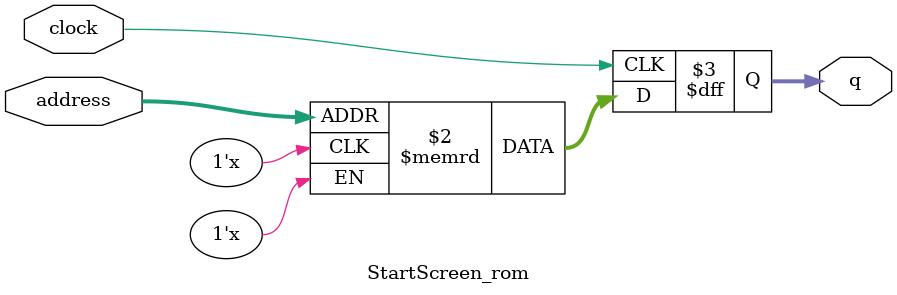
<source format=sv>
module StartScreen_rom (
	input logic clock,
	input logic [17:0] address,
	output logic [3:0] q
);

logic [3:0] memory [0:195299] /* synthesis ram_init_file = "C:\Users\David\Desktop\ECE385\Final\Lab_6\levels\Start\StartScreen.mif" */;

always_ff @ (posedge clock) begin
	q <= memory[address];
end

endmodule

</source>
